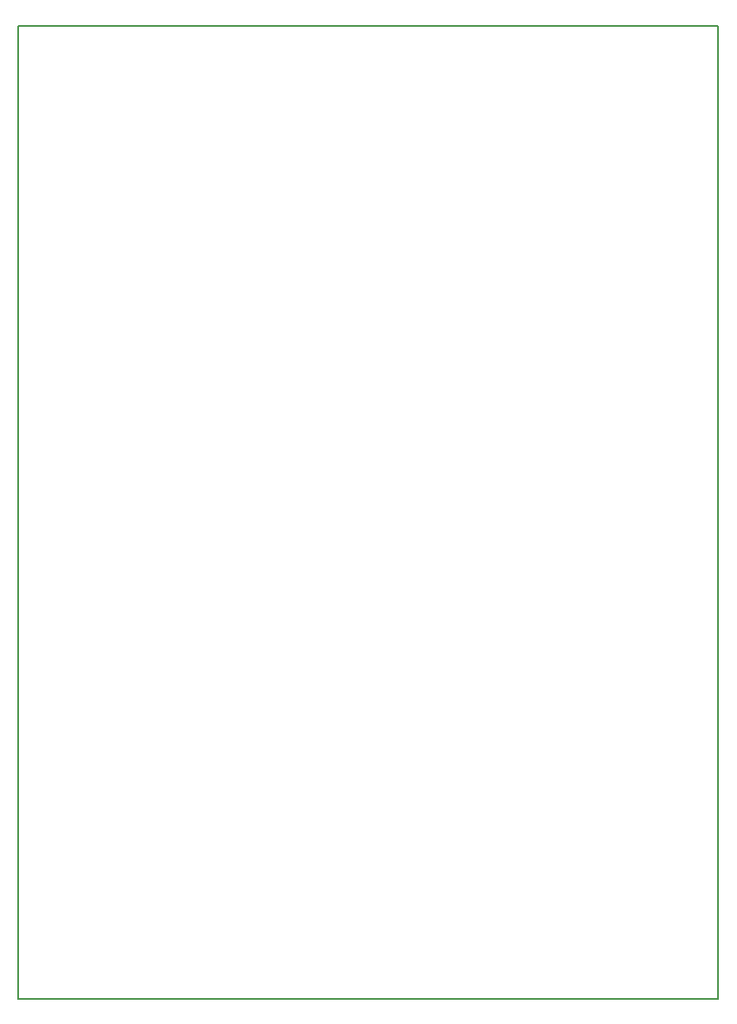
<source format=gbr>
%TF.GenerationSoftware,KiCad,Pcbnew,(6.0.7)*%
%TF.CreationDate,2022-08-10T19:12:11+02:00*%
%TF.ProjectId,MAKE_PCB,4d414b45-5f50-4434-922e-6b696361645f,rev?*%
%TF.SameCoordinates,Original*%
%TF.FileFunction,Profile,NP*%
%FSLAX46Y46*%
G04 Gerber Fmt 4.6, Leading zero omitted, Abs format (unit mm)*
G04 Created by KiCad (PCBNEW (6.0.7)) date 2022-08-10 19:12:11*
%MOMM*%
%LPD*%
G01*
G04 APERTURE LIST*
%TA.AperFunction,Profile*%
%ADD10C,0.200000*%
%TD*%
G04 APERTURE END LIST*
D10*
X25400000Y-189230000D02*
X93980000Y-189230000D01*
X93980000Y-189230000D02*
X93980000Y-93980000D01*
X93980000Y-93980000D02*
X25400000Y-93980000D01*
X25400000Y-93980000D02*
X25400000Y-189230000D01*
M02*

</source>
